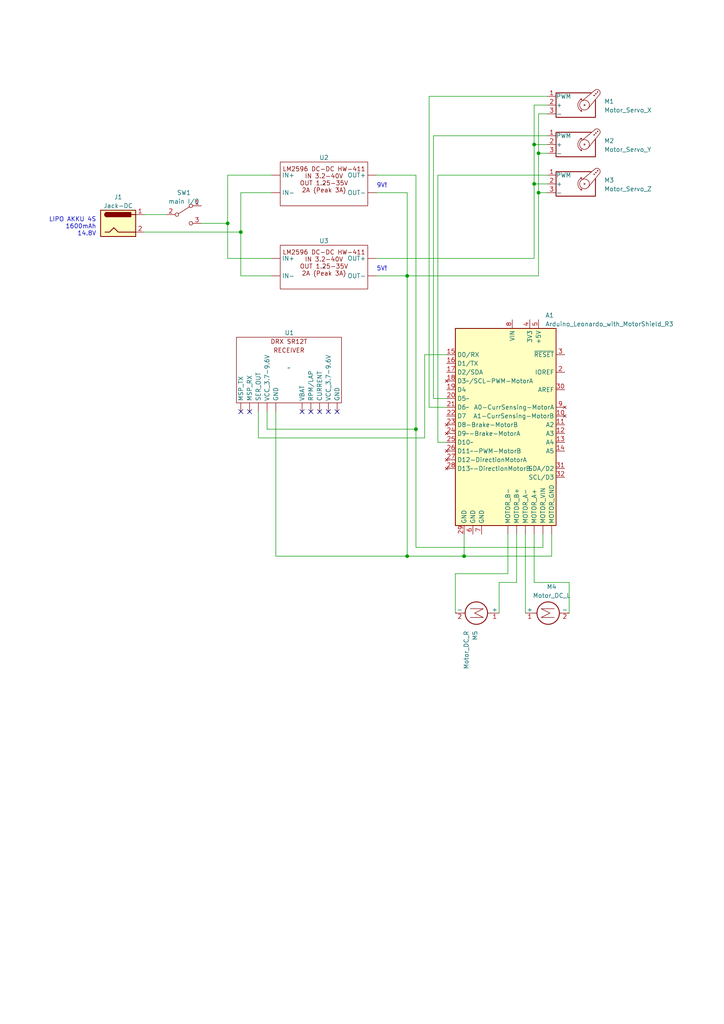
<source format=kicad_sch>
(kicad_sch (version 20230121) (generator eeschema)
  (paper "A4" portrait)
  (title_block (title "Robi Rx Receiver") (date "2024-04-18") (rev "1") (company "Fabian Lüscher Spezialrequisitenbau"))
  (lib_symbols
    (symbol "Connector:Jack-DC" (pin_names (offset 1.016))
      (property "Reference" "J" (at 0 5.334 0))
      (property "Value" "Jack-DC" (at 0 -5.08 0))
      (symbol "Jack-DC_0_1"
        (rectangle (start -5.08 3.81) (end 5.08 -3.81) (stroke (width 0.254)) (fill (type background)))
        (arc (start -3.302 3.175) (mid -3.9343 2.54) (end -3.302 1.905) (stroke (width 0.254)))
        (arc (start -3.302 3.175) (mid -3.9343 2.54) (end -3.302 1.905) (stroke (width 0.254)) (fill (type outline)))
        (polyline (pts (xy 5.08 2.54) (xy 3.81 2.54)) (stroke (width 0.254)))
        (polyline (pts (xy -3.81 -2.54) (xy -2.54 -2.54) (xy -1.27 -1.27) (xy 0 -2.54) (xy 2.54 -2.54) (xy 5.08 -2.54)) (stroke (width 0.254)))
        (rectangle (start 3.683 3.175) (end -3.302 1.905) (stroke (width 0.254)) (fill (type outline)))
      )
      (symbol "Jack-DC_1_1"
        (pin passive line (at 7.62 2.54 180) (length 2.54) (name "~") (number "1"))
        (pin passive line (at 7.62 -2.54 180) (length 2.54) (name "~") (number "2"))
      )
    )
    (symbol "FL:Arduino_Leonardo_MotorShield_R3"
      (property "Reference" "A" (at -10.16 23.495 0))
      (property "Value" "Arduino_Leonardo_MotorShield_R3" (at 19.05 -35.56 0))
      (symbol "Arduino_Leonardo_MotorShield_R3_0_1"
        (rectangle (start -10.16 22.86) (end 19.05 -34.29) (stroke (width 0.254)) (fill (type background)))
      )
      (symbol "Arduino_Leonardo_MotorShield_R3_1_1"
        (pin power_out line (at 12.7 -36.83 90) (length 2.54) (name "MOTOR_A+") (number ""))
        (pin power_out line (at 10.16 -36.83 90) (length 2.54) (name "MOTOR_A-") (number ""))
        (pin power_out line (at 7.62 -36.83 90) (length 2.54) (name "MOTOR_B+") (number ""))
        (pin power_out line (at 5.08 -36.83 90) (length 2.54) (name "MOTOR_B-") (number ""))
        (pin power_in line (at 17.78 -36.83 90) (length 2.54) (name "MOTOR_GND") (number ""))
        (pin power_in line (at 15.24 -36.83 90) (length 2.54) (name "MOTOR_VIN") (number ""))
        (pin no_connect line (at -12.7 -20.32 0) (length 2.54) hide (name "NC") (number "1"))
        (pin no_connect line (at 21.59 -2.54 180) (length 2.54) (name "A1-CurrSensing-MotorB") (number "10"))
        (pin bidirectional line (at 21.59 -5.08 180) (length 2.54) (name "A2") (number "11"))
        (pin bidirectional line (at 21.59 -7.62 180) (length 2.54) (name "A3") (number "12"))
        (pin bidirectional line (at 21.59 -10.16 180) (length 2.54) (name "A4") (number "13"))
        (pin bidirectional line (at 21.59 -12.7 180) (length 2.54) (name "A5") (number "14"))
        (pin bidirectional line (at -12.7 15.24 0) (length 2.54) (name "D0/RX") (number "15"))
        (pin bidirectional line (at -12.7 12.7 0) (length 2.54) (name "D1/TX") (number "16"))
        (pin bidirectional line (at -12.7 10.16 0) (length 2.54) (name "D2/SDA") (number "17"))
        (pin no_connect line (at -12.7 7.62 0) (length 2.54) (name "D3~/SCL-PWM-MotorA") (number "18"))
        (pin bidirectional line (at -12.7 5.08 0) (length 2.54) (name "D4") (number "19"))
        (pin output line (at 21.59 10.16 180) (length 2.54) (name "IOREF") (number "2"))
        (pin bidirectional line (at -12.7 2.54 0) (length 2.54) (name "D5~") (number "20"))
        (pin bidirectional line (at -12.7 0 0) (length 2.54) (name "D6~") (number "21"))
        (pin bidirectional line (at -12.7 -2.54 0) (length 2.54) (name "D7") (number "22"))
        (pin no_connect line (at -12.7 -5.08 0) (length 2.54) (name "D8-Brake-MotorB") (number "23"))
        (pin no_connect line (at -12.7 -7.62 0) (length 2.54) (name "D9~-Brake-MotorA") (number "24"))
        (pin bidirectional line (at -12.7 -10.16 0) (length 2.54) (name "D10~") (number "25"))
        (pin no_connect line (at -12.7 -12.7 0) (length 2.54) (name "D11~-PWM-MotorB") (number "26"))
        (pin no_connect line (at -12.7 -15.24 0) (length 2.54) (name "D12-DirectionMotorA") (number "27"))
        (pin no_connect line (at -12.7 -17.78 0) (length 2.54) (name "D13~-DirectionMotorB") (number "28"))
        (pin power_in line (at -7.62 -36.83 90) (length 2.54) (name "GND") (number "29"))
        (pin input line (at 21.59 15.24 180) (length 2.54) (name "~{RESET}") (number "3"))
        (pin input line (at 21.59 5.08 180) (length 2.54) (name "AREF") (number "30"))
        (pin bidirectional line (at 21.59 -17.78 180) (length 2.54) (name "SDA/D2") (number "31"))
        (pin bidirectional line (at 21.59 -20.32 180) (length 2.54) (name "SCL/D3") (number "32"))
        (pin power_out line (at 11.43 25.4 270) (length 2.54) (name "3V3") (number "4"))
        (pin power_out line (at 13.97 25.4 270) (length 2.54) (name "+5V") (number "5"))
        (pin power_in line (at -5.08 -36.83 90) (length 2.54) (name "GND") (number "6"))
        (pin power_in line (at -2.54 -36.83 90) (length 2.54) (name "GND") (number "7"))
        (pin power_in line (at 6.35 25.4 270) (length 2.54) (name "VIN") (number "8"))
        (pin no_connect line (at 21.59 0 180) (length 2.54) (name "A0-CurrSensing-MotorA") (number "9"))
      )
    )
    (symbol "FL:DRX_Receiver_SR12T"
      (property "Reference" "U" (at 0 10.16 0))
      (symbol "DRX_Receiver_SR12T_0_1"
        (rectangle (start -15.24 8.89) (end 15.24 -10.16))
        (text "DRX SR12T" (at 0 7.62 0) (effects (font (size 1.27 1.27))))
        (text "RECEIVER" (at 0 5.08 0) (effects (font (size 1.27 1.27))))
      )
      (symbol "DRX_Receiver_SR12T_1_1"
        (pin input line (at 8.89 -12.7 90) (length 2.54) (name "CURRENT") (number ""))
        (pin power_in line (at -3.81 -12.7 90) (length 2.54) (name "GND") (number ""))
        (pin power_in line (at 13.97 -12.7 90) (length 2.54) (name "GND") (number ""))
        (pin input line (at -11.43 -12.7 90) (length 2.54) (name "MSP_RX") (number ""))
        (pin input line (at -13.97 -12.7 90) (length 2.54) (name "MSP_TX") (number ""))
        (pin input line (at 6.35 -12.7 90) (length 2.54) (name "RPM/LAP") (number ""))
        (pin output line (at -8.89 -12.7 90) (length 2.54) (name "SER_OUT") (number ""))
        (pin input line (at 3.81 -12.7 90) (length 2.54) (name "VBAT") (number ""))
        (pin power_in line (at -6.35 -12.7 90) (length 2.54) (name "VCC_3.7-9.6V") (number ""))
        (pin power_in line (at 11.43 -12.7 90) (length 2.54) (name "VCC_3.7-9.6V") (number ""))
      )
    )
    (symbol "FL:LM2596_HW-411_Step_down_DC-DC_Converter"
      (property "Reference" "U" (at 0 7.62 0))
      (symbol "LM2596_HW-411_Step_down_DC-DC_Converter_0_1"
        (rectangle (start -12.7 6.35) (end 12.7 -6.35))
        (text "LM2596 DC-DC HW-411\nIN 3.2-40V\nOUT 1.25-35V\n2A (Peak 3A)" (at 0 1.27 0) (effects (font (size 1.27 1.27))))
      )
      (symbol "LM2596_HW-411_Step_down_DC-DC_Converter_1_1"
        (pin power_in line (at -15.24 2.54 0) (length 2.54) (name "IN+") (number ""))
        (pin power_in line (at -15.24 -2.54 0) (length 2.54) (name "IN-") (number ""))
        (pin power_out line (at 15.24 2.54 180) (length 2.54) (name "OUT+") (number ""))
        (pin power_out line (at 15.24 -2.54 180) (length 2.54) (name "OUT-") (number ""))
      )
    )
    (symbol "LM2596_HW-411_Step_down_DC-DC_Converter_1"
      (property "Reference" "U" (at 0 7.62 0))
      (symbol "LM2596_HW-411_Step_down_DC-DC_Converter_1_0_1"
        (rectangle (start -12.7 6.35) (end 12.7 -6.35))
        (text "LM2596 DC-DC HW-411\nIN 3.2-40V\nOUT 1.25-35V\n2A (Peak 3A)" (at 0 1.27 0) (effects (font (size 1.27 1.27))))
      )
      (symbol "LM2596_HW-411_Step_down_DC-DC_Converter_1_1_1"
        (pin power_in line (at -15.24 2.54 0) (length 2.54) (name "IN+") (number ""))
        (pin power_in line (at -15.24 -2.54 0) (length 2.54) (name "IN-") (number ""))
        (pin power_out line (at 15.24 2.54 180) (length 2.54) (name "OUT+") (number ""))
        (pin power_out line (at 15.24 -2.54 180) (length 2.54) (name "OUT-") (number ""))
      )
    )
    (symbol "Motor:Motor_DC" (pin_names (offset 0))
      (property "Reference" "M" (at 2.54 2.54 0))
      (property "Value" "Motor_DC" (at 2.54 -5.08 0))
      (symbol "Motor_DC_0_0"
        (polyline (pts (xy -1.27 -3.302) (xy -1.27 0.508) (xy 0 -2.032) (xy 1.27 0.508) (xy 1.27 -3.302)))
      )
      (symbol "Motor_DC_0_1"
        (circle (center 0 -1.524) (radius 3.2512) (stroke (width 0.254)))
        (polyline (pts (xy 0 -7.62) (xy 0 -7.112)))
        (polyline (pts (xy 0 -4.7752) (xy 0 -5.1816)))
        (polyline (pts (xy 0 1.7272) (xy 0 2.0828)))
        (polyline (pts (xy 0 2.032) (xy 0 2.54)))
      )
      (symbol "Motor_DC_1_1"
        (pin passive line (at 0 5.08 270) (length 2.54) (name "+") (number "1"))
        (pin passive line (at 0 -7.62 90) (length 2.54) (name "-") (number "2"))
      )
    )
    (symbol "Motor:Motor_Servo" (pin_names (offset 0.0254))
      (property "Reference" "M" (at -5.08 4.445 0))
      (property "Value" "Motor_Servo" (at -5.08 -4.064 0))
      (symbol "Motor_Servo_0_1"
        (polyline (pts (xy 2.413 -1.778) (xy 2.032 -1.778)))
        (polyline (pts (xy 2.413 -1.778) (xy 2.286 -1.397)))
        (polyline (pts (xy 2.413 1.778) (xy 1.905 1.778)))
        (polyline (pts (xy 2.413 1.778) (xy 2.286 1.397)))
        (polyline (pts (xy 6.35 4.445) (xy 2.54 1.27)))
        (polyline (pts (xy 7.62 3.175) (xy 4.191 -1.016)))
        (polyline (pts (xy 5.08 3.556) (xy -5.08 3.556) (xy -5.08 -3.556) (xy 6.35 -3.556) (xy 6.35 1.524)) (stroke (width 0.254)))
        (arc (start 2.413 1.778) (mid 1.2406 0) (end 2.413 -1.778))
        (circle (center 3.175 0) (radius 0.1778))
        (circle (center 3.175 0) (radius 1.4224))
        (circle (center 5.969 2.794) (radius 0.127))
        (circle (center 6.477 3.302) (radius 0.127))
        (circle (center 6.985 3.81) (radius 0.127))
        (arc (start 7.62 3.175) (mid 7.4485 4.2735) (end 6.35 4.445))
      )
      (symbol "Motor_Servo_1_1"
        (pin passive line (at -7.62 2.54 0) (length 2.54) (name "PWM") (number "1"))
        (pin passive line (at -7.62 0 0) (length 2.54) (name "+") (number "2"))
        (pin passive line (at -7.62 -2.54 0) (length 2.54) (name "-") (number "3"))
      )
    )
    (symbol "Switch:SW_SPDT" (pin_names (offset 0) hide)
      (property "Reference" "SW" (at 0 4.318 0))
      (property "Value" "SW_SPDT" (at 0 -5.08 0))
      (symbol "SW_SPDT_0_0"
        (circle (center -2.032 0) (radius 0.508))
        (circle (center 2.032 -2.54) (radius 0.508))
      )
      (symbol "SW_SPDT_0_1"
        (polyline (pts (xy -1.524 0.254) (xy 1.651 2.286)))
        (circle (center 2.032 2.54) (radius 0.508))
      )
      (symbol "SW_SPDT_1_1"
        (pin passive line (at 5.08 2.54 180) (length 2.54) (name "A") (number "1"))
        (pin passive line (at -5.08 0 0) (length 2.54) (name "B") (number "2"))
        (pin passive line (at 5.08 -2.54 180) (length 2.54) (name "C") (number "3"))
      )
    )
  )
  (junction (at 154.94 41.91))
  (junction (at 69.85 67.31))
  (junction (at 156.21 55.88))
  (junction (at 118.11 161.29))
  (junction (at 118.11 80.01))
  (junction (at 66.04 64.77))
  (junction (at 134.62 161.29))
  (junction (at 154.94 53.34))
  (junction (at 156.21 44.45))
  (junction (at 120.65 124.46))
  (no_connect (at 72.39 119.38))
  (no_connect (at 97.79 119.38))
  (no_connect (at 87.63 119.38))
  (no_connect (at 69.85 119.38))
  (no_connect (at 95.25 119.38))
  (no_connect (at 92.71 119.38))
  (no_connect (at 90.17 119.38))
  (wire (pts (xy 154.94 74.93) (xy 154.94 53.34)))
  (wire (pts (xy 80.01 161.29) (xy 118.11 161.29)))
  (wire (pts (xy 158.75 39.37) (xy 125.73 39.37)))
  (wire (pts (xy 74.93 119.38) (xy 74.93 127)))
  (wire (pts (xy 58.42 64.77) (xy 66.04 64.77)))
  (wire (pts (xy 77.47 119.38) (xy 77.47 124.46)))
  (wire (pts (xy 160.02 154.94) (xy 160.02 161.29)))
  (wire (pts (xy 154.94 41.91) (xy 158.75 41.91)))
  (wire (pts (xy 158.75 27.94) (xy 124.46 27.94)))
  (wire (pts (xy 66.04 74.93) (xy 66.04 64.77)))
  (wire (pts (xy 120.65 50.8) (xy 120.65 124.46)))
  (wire (pts (xy 157.48 158.75) (xy 120.65 158.75)))
  (wire (pts (xy 41.91 67.31) (xy 69.85 67.31)))
  (wire (pts (xy 156.21 44.45) (xy 156.21 33.02)))
  (wire (pts (xy 154.94 53.34) (xy 154.94 41.91)))
  (wire (pts (xy 109.22 50.8) (xy 120.65 50.8)))
  (wire (pts (xy 158.75 53.34) (xy 154.94 53.34)))
  (wire (pts (xy 118.11 55.88) (xy 118.11 80.01)))
  (wire (pts (xy 69.85 80.01) (xy 69.85 67.31)))
  (wire (pts (xy 158.75 30.48) (xy 154.94 30.48)))
  (wire (pts (xy 156.21 80.01) (xy 156.21 55.88)))
  (wire (pts (xy 118.11 80.01) (xy 118.11 161.29)))
  (wire (pts (xy 154.94 30.48) (xy 154.94 41.91)))
  (wire (pts (xy 118.11 80.01) (xy 156.21 80.01)))
  (wire (pts (xy 156.21 44.45) (xy 158.75 44.45)))
  (wire (pts (xy 132.08 166.37) (xy 132.08 177.8)))
  (wire (pts (xy 127 50.8) (xy 158.75 50.8)))
  (wire (pts (xy 127 128.27) (xy 129.54 128.27)))
  (wire (pts (xy 144.78 168.91) (xy 149.86 168.91)))
  (wire (pts (xy 154.94 154.94) (xy 154.94 168.91)))
  (wire (pts (xy 144.78 177.8) (xy 144.78 168.91)))
  (wire (pts (xy 125.73 115.57) (xy 129.54 115.57)))
  (wire (pts (xy 66.04 50.8) (xy 78.74 50.8)))
  (wire (pts (xy 118.11 161.29) (xy 134.62 161.29)))
  (wire (pts (xy 109.22 55.88) (xy 118.11 55.88)))
  (wire (pts (xy 124.46 27.94) (xy 124.46 118.11)))
  (wire (pts (xy 80.01 119.38) (xy 80.01 161.29)))
  (wire (pts (xy 69.85 67.31) (xy 69.85 55.88)))
  (wire (pts (xy 156.21 55.88) (xy 156.21 44.45)))
  (wire (pts (xy 149.86 154.94) (xy 149.86 168.91)))
  (wire (pts (xy 157.48 154.94) (xy 157.48 158.75)))
  (wire (pts (xy 109.22 80.01) (xy 118.11 80.01)))
  (wire (pts (xy 123.19 127) (xy 123.19 102.87)))
  (wire (pts (xy 165.1 168.91) (xy 165.1 177.8)))
  (wire (pts (xy 134.62 154.94) (xy 134.62 161.29)))
  (wire (pts (xy 156.21 55.88) (xy 158.75 55.88)))
  (wire (pts (xy 124.46 118.11) (xy 129.54 118.11)))
  (wire (pts (xy 147.32 154.94) (xy 147.32 166.37)))
  (wire (pts (xy 109.22 74.93) (xy 154.94 74.93)))
  (wire (pts (xy 127 50.8) (xy 127 128.27)))
  (wire (pts (xy 156.21 33.02) (xy 158.75 33.02)))
  (wire (pts (xy 78.74 80.01) (xy 69.85 80.01)))
  (wire (pts (xy 152.4 154.94) (xy 152.4 177.8)))
  (wire (pts (xy 41.91 62.23) (xy 48.26 62.23)))
  (wire (pts (xy 78.74 74.93) (xy 66.04 74.93)))
  (wire (pts (xy 66.04 64.77) (xy 66.04 50.8)))
  (wire (pts (xy 125.73 39.37) (xy 125.73 115.57)))
  (wire (pts (xy 123.19 102.87) (xy 129.54 102.87)))
  (wire (pts (xy 74.93 127) (xy 123.19 127)))
  (wire (pts (xy 147.32 166.37) (xy 132.08 166.37)))
  (wire (pts (xy 160.02 161.29) (xy 134.62 161.29)))
  (wire (pts (xy 77.47 124.46) (xy 120.65 124.46)))
  (wire (pts (xy 69.85 55.88) (xy 78.74 55.88)))
  (wire (pts (xy 154.94 168.91) (xy 165.1 168.91)))
  (wire (pts (xy 120.65 124.46) (xy 120.65 158.75)))
  (text "LIPO AKKU 4S\n1600mAh\n14.8V" (at 27.94 68.58 0) (effects (font (size 1.27 1.27)) (justify right bottom)))
  (text "9V!" (at 109.22 54.61 0) (effects (font (size 1.27 1.27)) (justify left bottom)))
  (text "5V!" (at 109.22 78.74 0) (effects (font (size 1.27 1.27)) (justify left bottom)))
  (symbol (lib_id "Connector:Jack-DC") (at 34.29 64.77 0) (unit 1)
    (property "Reference" "J1" (at 34.29 57.15 0))
    (property "Value" "Jack-DC" (at 34.29 59.69 0))
  )
  (symbol (lib_id "FL:Arduino_Leonardo_MotorShield_R3") (at 142.24 118.11 0) (unit 1)
    (property "Reference" "A1" (at 158.1659 91.44 0) (effects (justify left)))
    (property "Value" "Arduino_Leonardo_with_MotorShield_R3" (at 158.1659 93.98 0) (effects (justify left)))
    (property "Footprint" "Module:Arduino_UNO_R3" (effects hide))
    (property "Datasheet" "https://www.arduino.cc/en/Main/ArduinoBoardLeonardo" (effects hide))
  )
  (symbol (lib_id "Motor:Motor_Servo") (at 166.37 30.48 0) (unit 1)
    (property "Reference" "M1" (at 175.26 29.4116 0) (effects (justify left)))
    (property "Value" "Motor_Servo_X" (at 175.26 31.9516 0) (effects (justify left)))
    (property "Datasheet" "http://forums.parallax.com/uploads/attachments/46831/74481.png" (effects hide))
  )
  (symbol (lib_id "FL:LM2596_HW-411_Step_down_DC-DC_Converter") (at 93.98 77.47 0) (unit 1)
    (property "Reference" "U3" (at 93.98 69.85 0))
    (property "Value" "~" (at 93.98 77.47 0))
  )
  (symbol (lib_id "FL:DRX_Receiver_SR12T") (at 83.82 106.68 0) (unit 1)
    (property "Reference" "U1" (at 82.55 96.52 0) (effects (justify left)))
    (property "Value" "~" (at 83.82 106.68 0))
  )
  (symbol (lib_id "Motor:Motor_DC") (at 139.7 177.8 270) (unit 1)
    (property "Reference" "M5" (at 137.795 182.88 0) (effects (justify left)))
    (property "Value" "Motor_DC_R" (at 135.255 182.88 0) (effects (justify left)))
  )
  (symbol (lib_id "Motor:Motor_DC") (at 157.48 177.8 90) (unit 1)
    (property "Reference" "M4" (at 160.02 170.18 90))
    (property "Value" "Motor_DC_L" (at 160.02 172.72 90))
  )
  (symbol (lib_id "Switch:SW_SPDT") (at 53.34 62.23 0) (unit 1)
    (property "Reference" "SW1" (at 53.34 55.88 0))
    (property "Value" "main I/O" (at 53.34 58.42 0))
    (property "Footprint" "Button_Switch_THT:Toggle_switch_3P_5.08" (effects hide))
  )
  (symbol (lib_name "LM2596_HW-411_Step_down_DC-DC_Converter_1") (lib_id "FL:LM2596_HW-411_Step_down_DC-DC_Converter") (at 93.98 53.34 0) (unit 1)
    (property "Reference" "U2" (at 93.98 45.72 0))
    (property "Value" "~" (at 93.98 53.34 0))
  )
  (symbol (lib_id "Motor:Motor_Servo") (at 166.37 53.34 0) (unit 1)
    (property "Reference" "M3" (at 175.26 52.2716 0) (effects (justify left)))
    (property "Value" "Motor_Servo_Z" (at 175.26 54.8116 0) (effects (justify left)))
    (property "Datasheet" "http://forums.parallax.com/uploads/attachments/46831/74481.png" (effects hide))
  )
  (symbol (lib_id "Motor:Motor_Servo") (at 166.37 41.91 0) (unit 1)
    (property "Reference" "M2" (at 175.26 40.8416 0) (effects (justify left)))
    (property "Value" "Motor_Servo_Y" (at 175.26 43.3816 0) (effects (justify left)))
    (property "Datasheet" "http://forums.parallax.com/uploads/attachments/46831/74481.png" (effects hide))
  )
)
</source>
